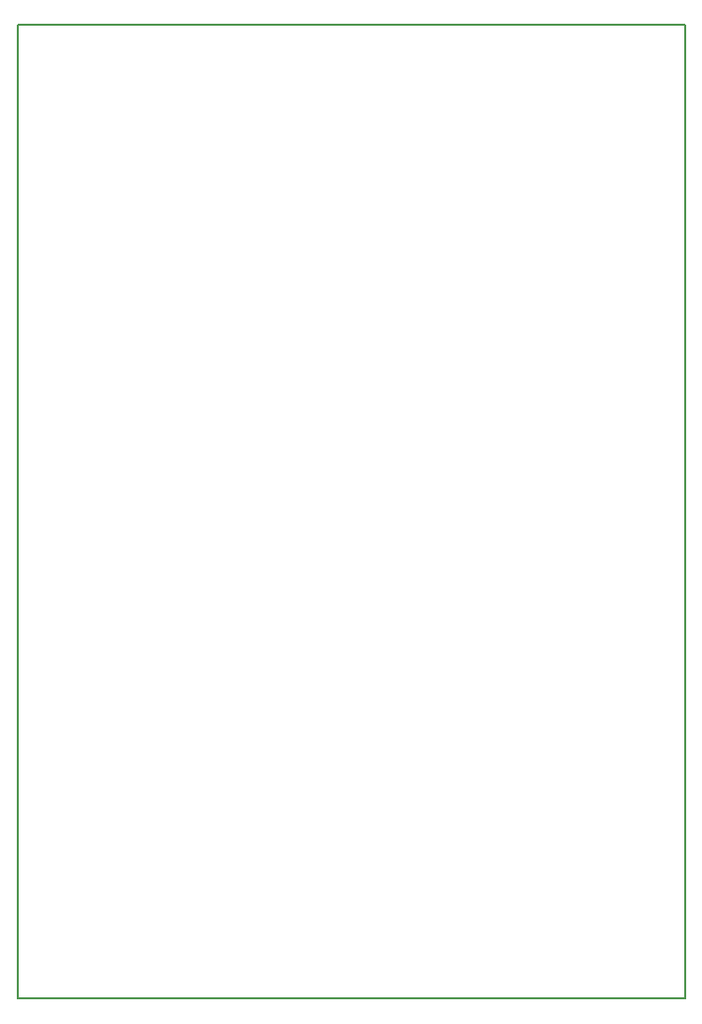
<source format=gm1>
G04 #@! TF.FileFunction,Profile,NP*
%FSLAX46Y46*%
G04 Gerber Fmt 4.6, Leading zero omitted, Abs format (unit mm)*
G04 Created by KiCad (PCBNEW 4.0.7) date Tuesday, February 27, 2018 'PMt' 06:21:59 PM*
%MOMM*%
%LPD*%
G01*
G04 APERTURE LIST*
%ADD10C,0.100000*%
%ADD11C,0.150000*%
G04 APERTURE END LIST*
D10*
D11*
X83343750Y-52387500D02*
X71437500Y-52387500D01*
X83343750Y-52387500D02*
X128587500Y-52387500D01*
X128587500Y-135731250D02*
X71437500Y-135731250D01*
X128587500Y-52387500D02*
X128587500Y-135731250D01*
X71437500Y-135731250D02*
X71437500Y-52387500D01*
M02*

</source>
